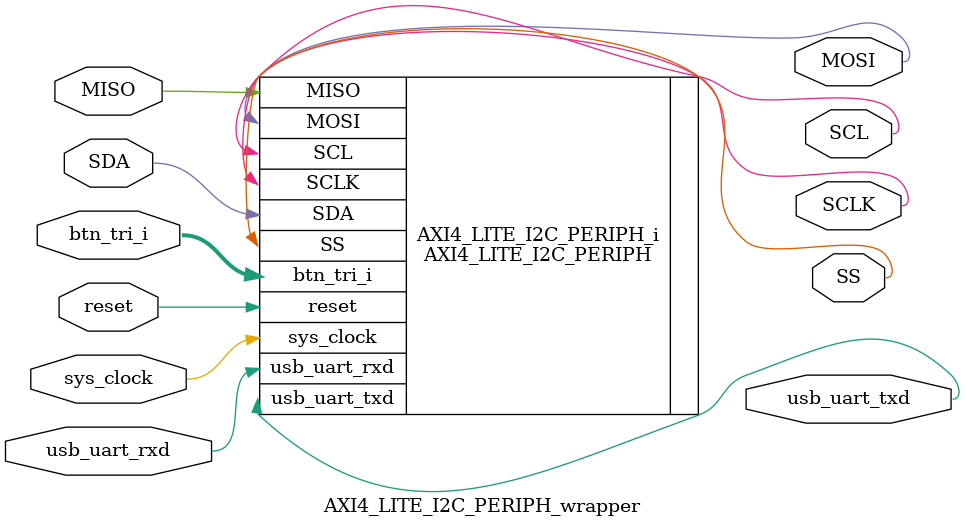
<source format=v>
`timescale 1 ps / 1 ps

module AXI4_LITE_I2C_PERIPH_wrapper
   (MISO,
    MOSI,
    SCL,
    SCLK,
    SDA,
    SS,
    btn_tri_i,
    reset,
    sys_clock,
    usb_uart_rxd,
    usb_uart_txd);
  input MISO;
  output MOSI;
  output SCL;
  output SCLK;
  inout SDA;
  output SS;
  input [3:0]btn_tri_i;
  input reset;
  input sys_clock;
  input usb_uart_rxd;
  output usb_uart_txd;

  wire MISO;
  wire MOSI;
  wire SCL;
  wire SCLK;
  wire SDA;
  wire SS;
  wire [3:0]btn_tri_i;
  wire reset;
  wire sys_clock;
  wire usb_uart_rxd;
  wire usb_uart_txd;

  AXI4_LITE_I2C_PERIPH AXI4_LITE_I2C_PERIPH_i
       (.MISO(MISO),
        .MOSI(MOSI),
        .SCL(SCL),
        .SCLK(SCLK),
        .SDA(SDA),
        .SS(SS),
        .btn_tri_i(btn_tri_i),
        .reset(reset),
        .sys_clock(sys_clock),
        .usb_uart_rxd(usb_uart_rxd),
        .usb_uart_txd(usb_uart_txd));
endmodule

</source>
